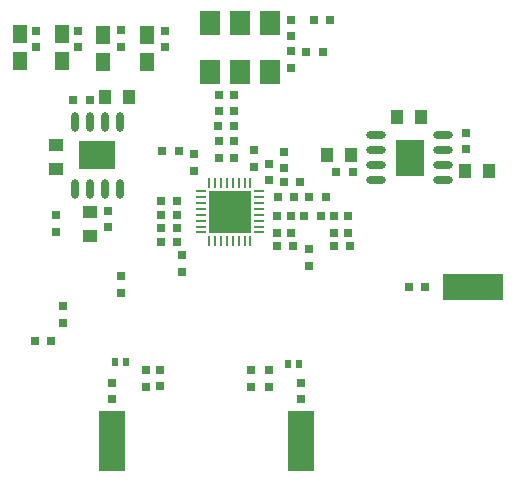
<source format=gtp>
G04 Layer_Color=8421504*
%FSAX24Y24*%
%MOIN*%
G70*
G01*
G75*
%ADD12R,0.0300X0.0300*%
%ADD13R,0.0300X0.0300*%
%ADD14R,0.0500X0.0600*%
%ADD15R,0.0709X0.0787*%
%ADD16R,0.0900X0.2000*%
%ADD17R,0.2000X0.0900*%
%ADD18O,0.0256X0.0650*%
%ADD19R,0.1220X0.0949*%
%ADD20O,0.0650X0.0256*%
%ADD21R,0.0949X0.1220*%
%ADD22R,0.0500X0.0400*%
%ADD23R,0.0400X0.0500*%
%ADD24R,0.1437X0.1437*%
%ADD25O,0.0098X0.0374*%
%ADD26O,0.0374X0.0098*%
%ADD27R,0.0228X0.0252*%
D12*
X022250Y019900D02*
D03*
Y020450D02*
D03*
X016830Y024500D02*
D03*
Y023950D02*
D03*
X015396Y023929D02*
D03*
Y024479D02*
D03*
X014000Y024485D02*
D03*
Y023935D02*
D03*
X021750Y019500D02*
D03*
Y020050D02*
D03*
X019260Y020370D02*
D03*
Y019820D02*
D03*
X021250Y020500D02*
D03*
Y019950D02*
D03*
X020580Y020800D02*
D03*
Y020250D02*
D03*
Y022350D02*
D03*
Y021800D02*
D03*
X022480Y023250D02*
D03*
Y023800D02*
D03*
Y024850D02*
D03*
Y024300D02*
D03*
X018290Y024490D02*
D03*
Y023940D02*
D03*
X020080Y020800D02*
D03*
Y020250D02*
D03*
Y022350D02*
D03*
Y021800D02*
D03*
X016535Y012755D02*
D03*
Y012205D02*
D03*
X014880Y015310D02*
D03*
Y014760D02*
D03*
X022835Y012755D02*
D03*
Y012205D02*
D03*
X016810Y016300D02*
D03*
Y015750D02*
D03*
X021160Y013170D02*
D03*
Y012620D02*
D03*
X021760Y013165D02*
D03*
Y012615D02*
D03*
X018130Y013180D02*
D03*
Y012630D02*
D03*
X017660Y013175D02*
D03*
Y012625D02*
D03*
X014670Y018330D02*
D03*
Y017780D02*
D03*
X016380Y017940D02*
D03*
Y018490D02*
D03*
X028320Y021090D02*
D03*
Y020540D02*
D03*
X024380Y017760D02*
D03*
Y018310D02*
D03*
X022030Y017760D02*
D03*
Y018310D02*
D03*
X023930Y017760D02*
D03*
Y018310D02*
D03*
X022480Y017760D02*
D03*
Y018310D02*
D03*
X018860Y017010D02*
D03*
Y016460D02*
D03*
X023090Y017210D02*
D03*
Y016660D02*
D03*
D13*
X022050Y018950D02*
D03*
X022600D02*
D03*
X022250Y019450D02*
D03*
X022800D02*
D03*
X023100Y018950D02*
D03*
X023650D02*
D03*
X020050Y021300D02*
D03*
X020600D02*
D03*
X023250Y024850D02*
D03*
X023800D02*
D03*
X026418Y015945D02*
D03*
X026969D02*
D03*
X014505Y014150D02*
D03*
X013955D02*
D03*
X023000Y023780D02*
D03*
X023550D02*
D03*
X018700Y018800D02*
D03*
X018150D02*
D03*
X018700Y018350D02*
D03*
X018150D02*
D03*
X022020Y017310D02*
D03*
X022570D02*
D03*
X018700Y017450D02*
D03*
X018150D02*
D03*
X018700Y017900D02*
D03*
X018150D02*
D03*
X015230Y022170D02*
D03*
X015780D02*
D03*
X024000Y019780D02*
D03*
X024550D02*
D03*
X023920Y017310D02*
D03*
X024470D02*
D03*
X022930Y018310D02*
D03*
X023480D02*
D03*
X018200Y020480D02*
D03*
X018750D02*
D03*
D14*
X016240Y024360D02*
D03*
Y023460D02*
D03*
X014850Y024370D02*
D03*
Y023470D02*
D03*
X013450Y024385D02*
D03*
Y023485D02*
D03*
X017690Y024340D02*
D03*
Y023440D02*
D03*
D15*
X021780Y024754D02*
D03*
X020780D02*
D03*
X019780D02*
D03*
Y023100D02*
D03*
X020780D02*
D03*
X021780D02*
D03*
D16*
X016535Y010827D02*
D03*
X022835D02*
D03*
D17*
X028543Y015945D02*
D03*
D18*
X015290Y019218D02*
D03*
X015790D02*
D03*
X016290D02*
D03*
X016790D02*
D03*
X015290Y021442D02*
D03*
X015790D02*
D03*
X016290D02*
D03*
X016790D02*
D03*
D19*
X016040Y020330D02*
D03*
D20*
X025338Y021000D02*
D03*
Y020500D02*
D03*
Y020000D02*
D03*
Y019500D02*
D03*
X027562Y021000D02*
D03*
Y020500D02*
D03*
Y020000D02*
D03*
Y019500D02*
D03*
D21*
X026450Y020250D02*
D03*
D22*
X015790Y017630D02*
D03*
Y018430D02*
D03*
X014650Y019880D02*
D03*
Y020680D02*
D03*
D23*
X023680Y020360D02*
D03*
X024480D02*
D03*
X016300Y022270D02*
D03*
X017100D02*
D03*
X028300Y019800D02*
D03*
X029100D02*
D03*
X026020Y021610D02*
D03*
X026820D02*
D03*
D24*
X020450Y018450D02*
D03*
D25*
X019761Y019424D02*
D03*
X019958D02*
D03*
X020155D02*
D03*
X020352D02*
D03*
X020548D02*
D03*
X020745D02*
D03*
X020942D02*
D03*
X021139D02*
D03*
Y017476D02*
D03*
X020942D02*
D03*
X020745D02*
D03*
X020548D02*
D03*
X020352D02*
D03*
X020155D02*
D03*
X019958D02*
D03*
X019761D02*
D03*
D26*
X021424Y019139D02*
D03*
Y018942D02*
D03*
Y018745D02*
D03*
Y018548D02*
D03*
Y018352D02*
D03*
Y018155D02*
D03*
Y017958D02*
D03*
Y017761D02*
D03*
X019476D02*
D03*
Y017958D02*
D03*
Y018155D02*
D03*
Y018352D02*
D03*
Y018548D02*
D03*
Y018745D02*
D03*
Y018942D02*
D03*
Y019139D02*
D03*
D27*
X022377Y013380D02*
D03*
X022763D02*
D03*
X017000Y013450D02*
D03*
X016614D02*
D03*
M02*

</source>
